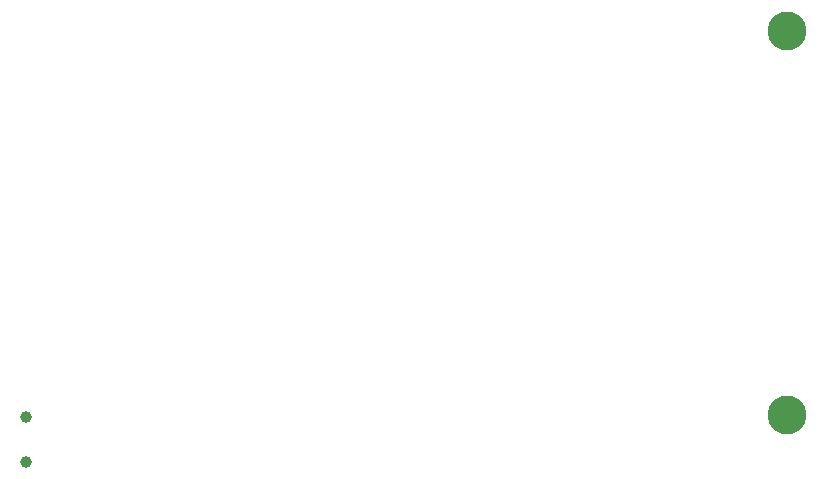
<source format=gbr>
%TF.GenerationSoftware,Altium Limited,Altium Designer,19.0.10 (269)*%
G04 Layer_Color=0*
%FSLAX26Y26*%
%MOIN*%
%TF.FileFunction,NonPlated,1,2,NPTH,Drill*%
%TF.Part,Single*%
G01*
G75*
%TA.AperFunction,ComponentDrill*%
%ADD69C,0.039370*%
%ADD70C,0.129921*%
D69*
X1318898Y78543D02*
D03*
Y228543D02*
D03*
D70*
X3858268Y235236D02*
D03*
Y1514764D02*
D03*
%TF.MD5,f120b14bbd426512408ffd75fd615083*%
M02*

</source>
